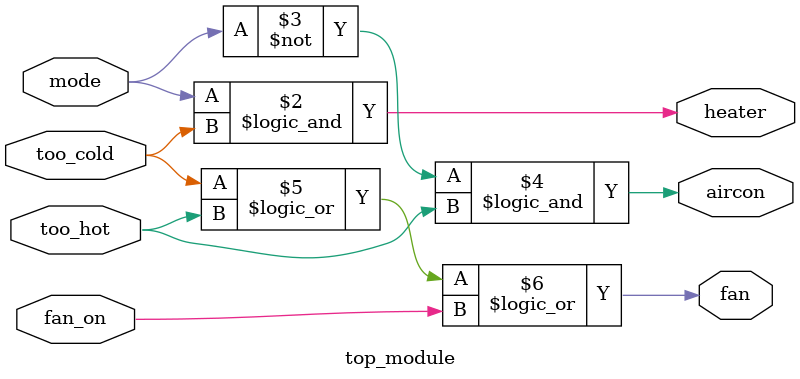
<source format=sv>
module top_module(
	input mode,
	input too_cold,
	input too_hot,
	input fan_on,
	output reg heater,
	output reg aircon,
	output reg fan
);

    always @(*) begin
        // Heater control logic
        heater = mode && too_cold;
        
        // Air conditioner control logic
        aircon = ~mode && too_hot;
        
        // Fan control logic
        fan = too_cold || too_hot || fan_on;
    end

endmodule

</source>
